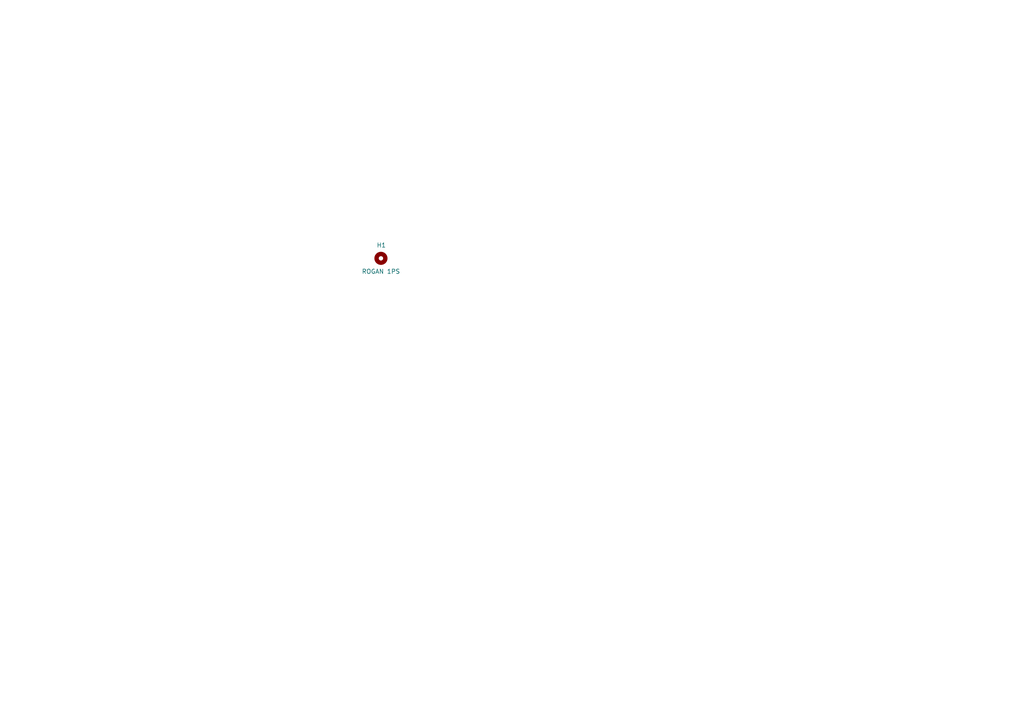
<source format=kicad_sch>
(kicad_sch (version 20211123) (generator eeschema)
  (paper "A4")
  (lib_symbols
    (symbol "Mechanical:MountingHole" (pin_names (offset 1.016))
      (property "Reference" "H" (at 0 5.08 0))
      (property "Value" "MountingHole" (at 0 3.175 0))
      (symbol "MountingHole_0_1"
        (circle (center 0 0) (radius 1.27) (stroke (width 1.27)))
      )
    )
  )
  (symbol (lib_id "Mechanical:MountingHole") (at 110.49 74.93 90) (mirror x) (unit 1)
    (property "Reference" "H1" (at 109.22 71.12 90) (effects (justify right)))
    (property "Value" "ROGAN 1PS" (at 110.49 78.74 90))
    (property "Footprint" "Empty:Empty" (effects hide))
    (property "Device" "Knob" (effects hide))
    (property "Description" "1PS - Small Pointer (D Shaft) - Rogan PT Plastic Knob" (effects hide))
    (property "Place" "No" (effects hide))
    (property "Dist" "Thonk" (effects hide))
    (property "DistLink" "https://www.thonk.co.uk/shop/make-noise-mutable-style-knobs/" (effects hide))
  )
)
</source>
